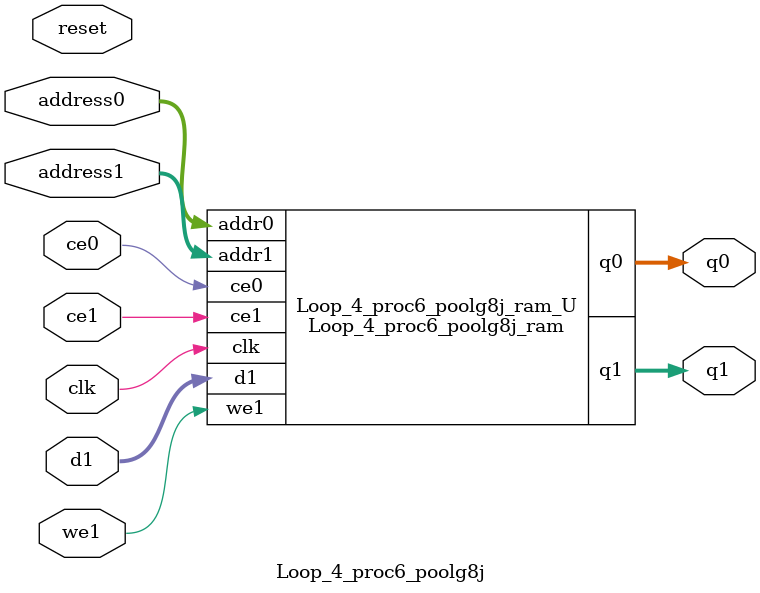
<source format=v>
`timescale 1 ns / 1 ps
module Loop_4_proc6_poolg8j_ram (addr0, ce0, q0, addr1, ce1, d1, we1, q1,  clk);

parameter DWIDTH = 32;
parameter AWIDTH = 7;
parameter MEM_SIZE = 104;

input[AWIDTH-1:0] addr0;
input ce0;
output reg[DWIDTH-1:0] q0;
input[AWIDTH-1:0] addr1;
input ce1;
input[DWIDTH-1:0] d1;
input we1;
output reg[DWIDTH-1:0] q1;
input clk;

(* ram_style = "block" *)reg [DWIDTH-1:0] ram[0:MEM_SIZE-1];




always @(posedge clk)  
begin 
    if (ce0) 
    begin
        q0 <= ram[addr0];
    end
end


always @(posedge clk)  
begin 
    if (ce1) 
    begin
        if (we1) 
        begin 
            ram[addr1] <= d1; 
        end 
        q1 <= ram[addr1];
    end
end


endmodule

`timescale 1 ns / 1 ps
module Loop_4_proc6_poolg8j(
    reset,
    clk,
    address0,
    ce0,
    q0,
    address1,
    ce1,
    we1,
    d1,
    q1);

parameter DataWidth = 32'd32;
parameter AddressRange = 32'd104;
parameter AddressWidth = 32'd7;
input reset;
input clk;
input[AddressWidth - 1:0] address0;
input ce0;
output[DataWidth - 1:0] q0;
input[AddressWidth - 1:0] address1;
input ce1;
input we1;
input[DataWidth - 1:0] d1;
output[DataWidth - 1:0] q1;



Loop_4_proc6_poolg8j_ram Loop_4_proc6_poolg8j_ram_U(
    .clk( clk ),
    .addr0( address0 ),
    .ce0( ce0 ),
    .q0( q0 ),
    .addr1( address1 ),
    .ce1( ce1 ),
    .we1( we1 ),
    .d1( d1 ),
    .q1( q1 ));

endmodule


</source>
